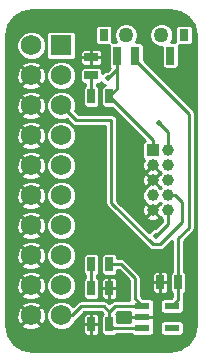
<source format=gtl>
%FSLAX46Y46*%
G04 Gerber Fmt 4.6, Leading zero omitted, Abs format (unit mm)*
G04 Created by KiCad (PCBNEW (2014-10-18 BZR 5203)-product) date 12/2/2014 8:42:45 AM*
%MOMM*%
G01*
G04 APERTURE LIST*
%ADD10C,0.150000*%
%ADD11R,1.000000X1.000000*%
%ADD12C,1.000000*%
%ADD13R,0.750000X1.000000*%
%ADD14C,1.270000*%
%ADD15R,0.700000X1.500000*%
%ADD16R,1.300000X0.550000*%
%ADD17R,0.635000X1.143000*%
%ADD18R,1.143000X0.635000*%
%ADD19R,1.750000X1.750000*%
%ADD20C,1.750000*%
%ADD21C,0.508000*%
%ADD22C,0.254000*%
G04 APERTURE END LIST*
D10*
D11*
X210312000Y-163830000D03*
D12*
X211582000Y-163830000D03*
X210312000Y-165100000D03*
X211582000Y-165100000D03*
X210312000Y-166370000D03*
X211582000Y-166370000D03*
X210312000Y-167640000D03*
X211582000Y-167640000D03*
X210312000Y-168910000D03*
X211582000Y-168910000D03*
D13*
X212950000Y-154051000D03*
D14*
X208050000Y-154051000D03*
X211050000Y-154051000D03*
D15*
X208800000Y-155801000D03*
X207300000Y-155801000D03*
X211800000Y-155801000D03*
D13*
X206150000Y-154051000D03*
D16*
X209423000Y-176977000D03*
X209423000Y-177927000D03*
X209423000Y-178877000D03*
X211923000Y-178877000D03*
X211923000Y-176977000D03*
D17*
X206629000Y-178562000D03*
X205105000Y-178562000D03*
X212471000Y-175006000D03*
X210947000Y-175006000D03*
X206629000Y-173482000D03*
X205105000Y-173482000D03*
X206629000Y-159258000D03*
X205105000Y-159258000D03*
X206629000Y-175514000D03*
X205105000Y-175514000D03*
D18*
X205105000Y-155956000D03*
X205105000Y-157480000D03*
D19*
X202565000Y-154940000D03*
D20*
X200025000Y-154940000D03*
X202565000Y-157480000D03*
X200025000Y-157480000D03*
X202565000Y-160020000D03*
X200025000Y-160020000D03*
X202565000Y-162560000D03*
X200025000Y-162560000D03*
X202565000Y-165100000D03*
X200025000Y-165100000D03*
X202565000Y-167640000D03*
X200025000Y-167640000D03*
X202565000Y-170180000D03*
X200025000Y-170180000D03*
X202565000Y-172720000D03*
X200025000Y-172720000D03*
X202565000Y-175260000D03*
X200025000Y-175260000D03*
X202565000Y-177800000D03*
X200025000Y-177800000D03*
D21*
X210566000Y-171069000D03*
X210820000Y-161544000D03*
X206502000Y-157734000D03*
D22*
X202565000Y-177800000D02*
X203517500Y-177800000D01*
X203517500Y-177800000D02*
X204279500Y-177038000D01*
X207134500Y-176977000D02*
X209423000Y-176977000D01*
X206629000Y-177482500D02*
X207134500Y-176977000D01*
X206629000Y-177482500D02*
X206629000Y-178562000D01*
X206184500Y-177038000D02*
X206629000Y-177482500D01*
X204279500Y-177038000D02*
X206184500Y-177038000D01*
X207645000Y-173482000D02*
X208788000Y-174625000D01*
X206629000Y-173482000D02*
X207645000Y-173482000D01*
X208788000Y-176342000D02*
X209423000Y-176977000D01*
X208788000Y-174625000D02*
X208788000Y-176342000D01*
X206944000Y-178877000D02*
X206629000Y-178562000D01*
X207266500Y-178877000D02*
X207076000Y-178877000D01*
X207076000Y-178877000D02*
X206944000Y-178877000D01*
X209423000Y-178877000D02*
X207266500Y-178877000D01*
X211582000Y-170053000D02*
X211582000Y-168910000D01*
X210566000Y-171069000D02*
X211582000Y-170053000D01*
X210947000Y-171767500D02*
X212788500Y-169926000D01*
X206819500Y-161290000D02*
X203835000Y-161290000D01*
X206819500Y-161290000D02*
X206819500Y-168275000D01*
X206819500Y-168275000D02*
X210312000Y-171767500D01*
X210312000Y-171767500D02*
X210947000Y-171767500D01*
X212788500Y-169926000D02*
X212788500Y-168211500D01*
X212788500Y-168211500D02*
X212217000Y-167640000D01*
X211582000Y-167640000D02*
X212217000Y-167640000D01*
X203835000Y-161290000D02*
X202565000Y-160020000D01*
X211582000Y-163830000D02*
X211582000Y-162306000D01*
X211582000Y-162306000D02*
X210820000Y-161544000D01*
X207300000Y-156936000D02*
X207300000Y-155801000D01*
X206502000Y-157734000D02*
X207300000Y-156936000D01*
X210312000Y-162941000D02*
X206629000Y-159258000D01*
X210312000Y-163830000D02*
X210312000Y-162941000D01*
X207300000Y-158587000D02*
X207300000Y-155801000D01*
X206629000Y-159258000D02*
X207300000Y-158587000D01*
X207228500Y-155801000D02*
X207300000Y-155801000D01*
X212471000Y-175006000D02*
X212471000Y-171259500D01*
X213360000Y-160718500D02*
X208800000Y-156158500D01*
X213360000Y-170370500D02*
X213360000Y-160718500D01*
X212471000Y-171259500D02*
X213360000Y-170370500D01*
X208800000Y-156158500D02*
X208800000Y-155801000D01*
X212471000Y-176429000D02*
X212471000Y-175006000D01*
X211923000Y-176977000D02*
X212471000Y-176429000D01*
X205105000Y-175514000D02*
X205105000Y-173482000D01*
X205105000Y-157480000D02*
X205105000Y-159258000D01*
G36*
X213945000Y-178646552D02*
X213868000Y-179033656D01*
X213868000Y-170370500D01*
X213868000Y-160718500D01*
X213829331Y-160524097D01*
X213719210Y-160359290D01*
X213706000Y-160346080D01*
X213706000Y-154626785D01*
X213706000Y-154475214D01*
X213706000Y-153475214D01*
X213647996Y-153335180D01*
X213540819Y-153228004D01*
X213400785Y-153170000D01*
X213249214Y-153170000D01*
X212499214Y-153170000D01*
X212359180Y-153228004D01*
X212252004Y-153335181D01*
X212194000Y-153475215D01*
X212194000Y-153626786D01*
X212194000Y-154626786D01*
X212211899Y-154670000D01*
X212074214Y-154670000D01*
X211868015Y-154670000D01*
X211910821Y-154627269D01*
X212065824Y-154253982D01*
X212066176Y-153849792D01*
X211911825Y-153476234D01*
X211626269Y-153190179D01*
X211252982Y-153035176D01*
X210848792Y-153034824D01*
X210475234Y-153189175D01*
X210189179Y-153474731D01*
X210034176Y-153848018D01*
X210033824Y-154252208D01*
X210188175Y-154625766D01*
X210473731Y-154911821D01*
X210847018Y-155066824D01*
X211069000Y-155067017D01*
X211069000Y-155126786D01*
X211069000Y-156626786D01*
X211127004Y-156766820D01*
X211234181Y-156873996D01*
X211374215Y-156932000D01*
X211525786Y-156932000D01*
X212225786Y-156932000D01*
X212365820Y-156873996D01*
X212472996Y-156766819D01*
X212531000Y-156626785D01*
X212531000Y-156475214D01*
X212531000Y-154975214D01*
X212513100Y-154932000D01*
X212650786Y-154932000D01*
X213400786Y-154932000D01*
X213540820Y-154873996D01*
X213647996Y-154766819D01*
X213706000Y-154626785D01*
X213706000Y-160346080D01*
X209531000Y-156171080D01*
X209531000Y-154975214D01*
X209472996Y-154835180D01*
X209365819Y-154728004D01*
X209225785Y-154670000D01*
X209074214Y-154670000D01*
X208868015Y-154670000D01*
X208910821Y-154627269D01*
X209065824Y-154253982D01*
X209066176Y-153849792D01*
X208911825Y-153476234D01*
X208626269Y-153190179D01*
X208252982Y-153035176D01*
X207848792Y-153034824D01*
X207475234Y-153189175D01*
X207189179Y-153474731D01*
X207034176Y-153848018D01*
X207033824Y-154252208D01*
X207188175Y-154625766D01*
X207232331Y-154670000D01*
X206888099Y-154670000D01*
X206906000Y-154626785D01*
X206906000Y-154475214D01*
X206906000Y-153475214D01*
X206847996Y-153335180D01*
X206740819Y-153228004D01*
X206600785Y-153170000D01*
X206449214Y-153170000D01*
X205699214Y-153170000D01*
X205559180Y-153228004D01*
X205452004Y-153335181D01*
X205394000Y-153475215D01*
X205394000Y-153626786D01*
X205394000Y-154626786D01*
X205452004Y-154766820D01*
X205559181Y-154873996D01*
X205699215Y-154932000D01*
X205850786Y-154932000D01*
X206586900Y-154932000D01*
X206569000Y-154975215D01*
X206569000Y-155126786D01*
X206569000Y-156626786D01*
X206627004Y-156766820D01*
X206688881Y-156828697D01*
X206418652Y-157098927D01*
X206376245Y-157098890D01*
X206142772Y-157195360D01*
X206057500Y-157280482D01*
X206057500Y-157086714D01*
X206057500Y-156349286D01*
X206057500Y-156051750D01*
X206057500Y-155860250D01*
X206057500Y-155562714D01*
X205999496Y-155422680D01*
X205892319Y-155315504D01*
X205752285Y-155257500D01*
X205600714Y-155257500D01*
X205200750Y-155257500D01*
X205105500Y-155352750D01*
X205105500Y-155955500D01*
X205962250Y-155955500D01*
X206057500Y-155860250D01*
X206057500Y-156051750D01*
X205962250Y-155956500D01*
X205105500Y-155956500D01*
X205105500Y-156559250D01*
X205200750Y-156654500D01*
X205600714Y-156654500D01*
X205752285Y-156654500D01*
X205892319Y-156596496D01*
X205999496Y-156489320D01*
X206057500Y-156349286D01*
X206057500Y-157086714D01*
X205999496Y-156946680D01*
X205892319Y-156839504D01*
X205752285Y-156781500D01*
X205600714Y-156781500D01*
X205104500Y-156781500D01*
X205104500Y-156559250D01*
X205104500Y-155956500D01*
X205104500Y-155955500D01*
X205104500Y-155352750D01*
X205009250Y-155257500D01*
X204609286Y-155257500D01*
X204457715Y-155257500D01*
X204317681Y-155315504D01*
X204210504Y-155422680D01*
X204152500Y-155562714D01*
X204152500Y-155860250D01*
X204247750Y-155955500D01*
X205104500Y-155955500D01*
X205104500Y-155956500D01*
X204247750Y-155956500D01*
X204152500Y-156051750D01*
X204152500Y-156349286D01*
X204210504Y-156489320D01*
X204317681Y-156596496D01*
X204457715Y-156654500D01*
X204609286Y-156654500D01*
X205009250Y-156654500D01*
X205104500Y-156559250D01*
X205104500Y-156781500D01*
X204457714Y-156781500D01*
X204317680Y-156839504D01*
X204210504Y-156946681D01*
X204152500Y-157086715D01*
X204152500Y-157238286D01*
X204152500Y-157873286D01*
X204210504Y-158013320D01*
X204317681Y-158120496D01*
X204457715Y-158178500D01*
X204597000Y-158178500D01*
X204597000Y-158353016D01*
X204571680Y-158363504D01*
X204464504Y-158470681D01*
X204406500Y-158610715D01*
X204406500Y-158762286D01*
X204406500Y-159905286D01*
X204464504Y-160045320D01*
X204571681Y-160152496D01*
X204711715Y-160210500D01*
X204863286Y-160210500D01*
X205498286Y-160210500D01*
X205638320Y-160152496D01*
X205745496Y-160045319D01*
X205803500Y-159905285D01*
X205803500Y-159753714D01*
X205803500Y-158610714D01*
X205745496Y-158470680D01*
X205638319Y-158363504D01*
X205613000Y-158353016D01*
X205613000Y-158178500D01*
X205752286Y-158178500D01*
X205892320Y-158120496D01*
X205950561Y-158062253D01*
X205963360Y-158093228D01*
X206141832Y-158272013D01*
X206229087Y-158308244D01*
X206095680Y-158363504D01*
X205988504Y-158470681D01*
X205930500Y-158610715D01*
X205930500Y-158762286D01*
X205930500Y-159905286D01*
X205988504Y-160045320D01*
X206095681Y-160152496D01*
X206235715Y-160210500D01*
X206387286Y-160210500D01*
X206863079Y-160210500D01*
X209641012Y-162988433D01*
X209596180Y-163007004D01*
X209489004Y-163114181D01*
X209431000Y-163254215D01*
X209431000Y-163405786D01*
X209431000Y-164405786D01*
X209489004Y-164545820D01*
X209563123Y-164619939D01*
X209438442Y-164890792D01*
X209424878Y-165241013D01*
X209546370Y-165569766D01*
X209584998Y-165627579D01*
X209743833Y-165667460D01*
X210311293Y-165100000D01*
X210297150Y-165085857D01*
X210297857Y-165085150D01*
X210312000Y-165099293D01*
X210326142Y-165085150D01*
X210326849Y-165085857D01*
X210312707Y-165100000D01*
X210880167Y-165667460D01*
X210898930Y-165662748D01*
X210971077Y-165735020D01*
X210898762Y-165807209D01*
X210880167Y-165802540D01*
X210879460Y-165803247D01*
X210879460Y-165801833D01*
X210862679Y-165735000D01*
X210879460Y-165668167D01*
X210312000Y-165100707D01*
X209744540Y-165668167D01*
X209761320Y-165735000D01*
X209744540Y-165801833D01*
X210312000Y-166369293D01*
X210879460Y-165801833D01*
X210879460Y-165803247D01*
X210312707Y-166370000D01*
X210880167Y-166937460D01*
X210898930Y-166932748D01*
X210971077Y-167005020D01*
X210946979Y-167029077D01*
X210874790Y-166956762D01*
X210879460Y-166938167D01*
X210312000Y-166370707D01*
X210311293Y-166371414D01*
X210311293Y-166370000D01*
X209743833Y-165802540D01*
X209584998Y-165842421D01*
X209438442Y-166160792D01*
X209424878Y-166511013D01*
X209546370Y-166839766D01*
X209584998Y-166897579D01*
X209743833Y-166937460D01*
X210311293Y-166370000D01*
X210311293Y-166371414D01*
X209744540Y-166938167D01*
X209749251Y-166956930D01*
X209565560Y-167140302D01*
X209431153Y-167463989D01*
X209430847Y-167814473D01*
X209564689Y-168138395D01*
X209749209Y-168323237D01*
X209744540Y-168341833D01*
X210312000Y-168909293D01*
X210879460Y-168341833D01*
X210874748Y-168323069D01*
X210947020Y-168250922D01*
X210971077Y-168275020D01*
X210898762Y-168347209D01*
X210880167Y-168342540D01*
X210312707Y-168910000D01*
X210880167Y-169477460D01*
X210898930Y-169472748D01*
X211074000Y-169648123D01*
X211074000Y-169842580D01*
X210879460Y-170037119D01*
X210879460Y-169478167D01*
X210312000Y-168910707D01*
X210311293Y-168911414D01*
X210311293Y-168910000D01*
X209743833Y-168342540D01*
X209584998Y-168382421D01*
X209438442Y-168700792D01*
X209424878Y-169051013D01*
X209546370Y-169379766D01*
X209584998Y-169437579D01*
X209743833Y-169477460D01*
X210311293Y-168910000D01*
X210311293Y-168911414D01*
X209744540Y-169478167D01*
X209784421Y-169637002D01*
X210102792Y-169783558D01*
X210453013Y-169797122D01*
X210781766Y-169675630D01*
X210839579Y-169637002D01*
X210879460Y-169478167D01*
X210879460Y-170037119D01*
X210482652Y-170433927D01*
X210440245Y-170433890D01*
X210206772Y-170530360D01*
X210027987Y-170708832D01*
X210011487Y-170748567D01*
X207327500Y-168064580D01*
X207327500Y-161290000D01*
X207288831Y-161095597D01*
X207178710Y-160930790D01*
X207013903Y-160820669D01*
X206819500Y-160782000D01*
X204045420Y-160782000D01*
X203736741Y-160473321D01*
X203820781Y-160270930D01*
X203821217Y-159771262D01*
X203821217Y-157231262D01*
X203821000Y-157230736D01*
X203821000Y-155890785D01*
X203821000Y-155739214D01*
X203821000Y-153989214D01*
X203762996Y-153849180D01*
X203655819Y-153742004D01*
X203515785Y-153684000D01*
X203364214Y-153684000D01*
X201614214Y-153684000D01*
X201474180Y-153742004D01*
X201367004Y-153849181D01*
X201309000Y-153989215D01*
X201309000Y-154140786D01*
X201309000Y-155890786D01*
X201367004Y-156030820D01*
X201474181Y-156137996D01*
X201614215Y-156196000D01*
X201765786Y-156196000D01*
X203515786Y-156196000D01*
X203655820Y-156137996D01*
X203762996Y-156030819D01*
X203821000Y-155890785D01*
X203821000Y-157230736D01*
X203630405Y-156769463D01*
X203277396Y-156415836D01*
X202815930Y-156224219D01*
X202316262Y-156223783D01*
X201854463Y-156414595D01*
X201500836Y-156767604D01*
X201309219Y-157229070D01*
X201308783Y-157728738D01*
X201499595Y-158190537D01*
X201852604Y-158544164D01*
X202314070Y-158735781D01*
X202813738Y-158736217D01*
X203275537Y-158545405D01*
X203629164Y-158192396D01*
X203820781Y-157730930D01*
X203821217Y-157231262D01*
X203821217Y-159771262D01*
X203630405Y-159309463D01*
X203277396Y-158955836D01*
X202815930Y-158764219D01*
X202316262Y-158763783D01*
X201854463Y-158954595D01*
X201500836Y-159307604D01*
X201309219Y-159769070D01*
X201308783Y-160268738D01*
X201499595Y-160730537D01*
X201852604Y-161084164D01*
X202314070Y-161275781D01*
X202813738Y-161276217D01*
X203018281Y-161191701D01*
X203475790Y-161649210D01*
X203640596Y-161759331D01*
X203640597Y-161759331D01*
X203672849Y-161765746D01*
X203835000Y-161798000D01*
X206311500Y-161798000D01*
X206311500Y-168275000D01*
X206350169Y-168469403D01*
X206460290Y-168634210D01*
X209952790Y-172126710D01*
X210117597Y-172236831D01*
X210312000Y-172275500D01*
X210947000Y-172275500D01*
X211141403Y-172236831D01*
X211306210Y-172126710D01*
X211963000Y-171469920D01*
X211963000Y-174101016D01*
X211937680Y-174111504D01*
X211830504Y-174218681D01*
X211772500Y-174358715D01*
X211772500Y-174510286D01*
X211772500Y-175653286D01*
X211830504Y-175793320D01*
X211937681Y-175900496D01*
X211963000Y-175910983D01*
X211963000Y-176218580D01*
X211860580Y-176321000D01*
X211645500Y-176321000D01*
X211645500Y-175653285D01*
X211645500Y-175501714D01*
X211645500Y-175101750D01*
X211645500Y-174910250D01*
X211645500Y-174510286D01*
X211645500Y-174358715D01*
X211587496Y-174218681D01*
X211480320Y-174111504D01*
X211340286Y-174053500D01*
X211042750Y-174053500D01*
X210947500Y-174148750D01*
X210947500Y-175005500D01*
X211550250Y-175005500D01*
X211645500Y-174910250D01*
X211645500Y-175101750D01*
X211550250Y-175006500D01*
X210947500Y-175006500D01*
X210947500Y-175863250D01*
X211042750Y-175958500D01*
X211340286Y-175958500D01*
X211480320Y-175900496D01*
X211587496Y-175793319D01*
X211645500Y-175653285D01*
X211645500Y-176321000D01*
X211197214Y-176321000D01*
X211057180Y-176379004D01*
X210950004Y-176486181D01*
X210946500Y-176494640D01*
X210946500Y-175863250D01*
X210946500Y-175006500D01*
X210946500Y-175005500D01*
X210946500Y-174148750D01*
X210851250Y-174053500D01*
X210553714Y-174053500D01*
X210413680Y-174111504D01*
X210306504Y-174218681D01*
X210248500Y-174358715D01*
X210248500Y-174510286D01*
X210248500Y-174910250D01*
X210343750Y-175005500D01*
X210946500Y-175005500D01*
X210946500Y-175006500D01*
X210343750Y-175006500D01*
X210248500Y-175101750D01*
X210248500Y-175501714D01*
X210248500Y-175653285D01*
X210306504Y-175793319D01*
X210413680Y-175900496D01*
X210553714Y-175958500D01*
X210851250Y-175958500D01*
X210946500Y-175863250D01*
X210946500Y-176494640D01*
X210892000Y-176626215D01*
X210892000Y-176777786D01*
X210892000Y-177327786D01*
X210950004Y-177467820D01*
X211057181Y-177574996D01*
X211197215Y-177633000D01*
X211348786Y-177633000D01*
X212648786Y-177633000D01*
X212788820Y-177574996D01*
X212895996Y-177467819D01*
X212954000Y-177327785D01*
X212954000Y-177176214D01*
X212954000Y-176626214D01*
X212944387Y-176603008D01*
X212979000Y-176429000D01*
X212979000Y-175910983D01*
X213004320Y-175900496D01*
X213111496Y-175793319D01*
X213169500Y-175653285D01*
X213169500Y-175501714D01*
X213169500Y-174358714D01*
X213111496Y-174218680D01*
X213004319Y-174111504D01*
X212979000Y-174101016D01*
X212979000Y-171469920D01*
X213719210Y-170729710D01*
X213829331Y-170564903D01*
X213868000Y-170370500D01*
X213868000Y-179033656D01*
X213776661Y-179492847D01*
X213321317Y-180174317D01*
X212954000Y-180419750D01*
X212954000Y-179227785D01*
X212954000Y-179076214D01*
X212954000Y-178526214D01*
X212895996Y-178386180D01*
X212788819Y-178279004D01*
X212648785Y-178221000D01*
X212497214Y-178221000D01*
X211197214Y-178221000D01*
X211057180Y-178279004D01*
X210950004Y-178386181D01*
X210892000Y-178526215D01*
X210892000Y-178677786D01*
X210892000Y-179227786D01*
X210950004Y-179367820D01*
X211057181Y-179474996D01*
X211197215Y-179533000D01*
X211348786Y-179533000D01*
X212648786Y-179533000D01*
X212788820Y-179474996D01*
X212895996Y-179367819D01*
X212954000Y-179227785D01*
X212954000Y-180419750D01*
X212639847Y-180629661D01*
X211793552Y-180798000D01*
X210454000Y-180798000D01*
X210454000Y-179227785D01*
X210454000Y-179076214D01*
X210454000Y-178526214D01*
X210402548Y-178401999D01*
X210454000Y-178277785D01*
X210454000Y-178126214D01*
X210454000Y-178022750D01*
X210358750Y-177927500D01*
X209423500Y-177927500D01*
X209423500Y-177947500D01*
X209422500Y-177947500D01*
X209422500Y-177927500D01*
X208487250Y-177927500D01*
X208392000Y-178022750D01*
X208392000Y-178126214D01*
X208392000Y-178277785D01*
X208429782Y-178369000D01*
X207327500Y-178369000D01*
X207327500Y-177914714D01*
X207269496Y-177774680D01*
X207162367Y-177667552D01*
X207344920Y-177485000D01*
X208429782Y-177485000D01*
X208392000Y-177576215D01*
X208392000Y-177727786D01*
X208392000Y-177831250D01*
X208487250Y-177926500D01*
X209422500Y-177926500D01*
X209422500Y-177906500D01*
X209423500Y-177906500D01*
X209423500Y-177926500D01*
X210358750Y-177926500D01*
X210454000Y-177831250D01*
X210454000Y-177727786D01*
X210454000Y-177576215D01*
X210402548Y-177452000D01*
X210454000Y-177327785D01*
X210454000Y-177176214D01*
X210454000Y-176626214D01*
X210395996Y-176486180D01*
X210288819Y-176379004D01*
X210148785Y-176321000D01*
X209997214Y-176321000D01*
X209485420Y-176321000D01*
X209296000Y-176131579D01*
X209296000Y-174625000D01*
X209257331Y-174430597D01*
X209257331Y-174430596D01*
X209147210Y-174265790D01*
X208004210Y-173122790D01*
X207839403Y-173012669D01*
X207645000Y-172974000D01*
X207327500Y-172974000D01*
X207327500Y-172834714D01*
X207269496Y-172694680D01*
X207162319Y-172587504D01*
X207022285Y-172529500D01*
X206870714Y-172529500D01*
X206235714Y-172529500D01*
X206095680Y-172587504D01*
X205988504Y-172694681D01*
X205930500Y-172834715D01*
X205930500Y-172986286D01*
X205930500Y-174129286D01*
X205988504Y-174269320D01*
X206095681Y-174376496D01*
X206235715Y-174434500D01*
X206387286Y-174434500D01*
X207022286Y-174434500D01*
X207162320Y-174376496D01*
X207269496Y-174269319D01*
X207327500Y-174129285D01*
X207327500Y-173990000D01*
X207434580Y-173990000D01*
X208280000Y-174835420D01*
X208280000Y-176342000D01*
X208305261Y-176469000D01*
X207327500Y-176469000D01*
X207327500Y-176161285D01*
X207327500Y-176009714D01*
X207327500Y-175609750D01*
X207327500Y-175418250D01*
X207327500Y-175018286D01*
X207327500Y-174866715D01*
X207269496Y-174726681D01*
X207162320Y-174619504D01*
X207022286Y-174561500D01*
X206724750Y-174561500D01*
X206629500Y-174656750D01*
X206629500Y-175513500D01*
X207232250Y-175513500D01*
X207327500Y-175418250D01*
X207327500Y-175609750D01*
X207232250Y-175514500D01*
X206629500Y-175514500D01*
X206629500Y-176371250D01*
X206724750Y-176466500D01*
X207022286Y-176466500D01*
X207162320Y-176408496D01*
X207269496Y-176301319D01*
X207327500Y-176161285D01*
X207327500Y-176469000D01*
X207134500Y-176469000D01*
X206940097Y-176507669D01*
X206775290Y-176617790D01*
X206629000Y-176764080D01*
X206628500Y-176763580D01*
X206628500Y-176371250D01*
X206628500Y-175514500D01*
X206628500Y-175513500D01*
X206628500Y-174656750D01*
X206533250Y-174561500D01*
X206235714Y-174561500D01*
X206095680Y-174619504D01*
X205988504Y-174726681D01*
X205930500Y-174866715D01*
X205930500Y-175018286D01*
X205930500Y-175418250D01*
X206025750Y-175513500D01*
X206628500Y-175513500D01*
X206628500Y-175514500D01*
X206025750Y-175514500D01*
X205930500Y-175609750D01*
X205930500Y-176009714D01*
X205930500Y-176161285D01*
X205988504Y-176301319D01*
X206095680Y-176408496D01*
X206235714Y-176466500D01*
X206533250Y-176466500D01*
X206628500Y-176371250D01*
X206628500Y-176763580D01*
X206543710Y-176678790D01*
X206378903Y-176568669D01*
X206184500Y-176530000D01*
X205803500Y-176530000D01*
X205803500Y-176161285D01*
X205803500Y-176009714D01*
X205803500Y-174866714D01*
X205745496Y-174726680D01*
X205638319Y-174619504D01*
X205613000Y-174609016D01*
X205613000Y-174386983D01*
X205638320Y-174376496D01*
X205745496Y-174269319D01*
X205803500Y-174129285D01*
X205803500Y-173977714D01*
X205803500Y-172834714D01*
X205745496Y-172694680D01*
X205638319Y-172587504D01*
X205498285Y-172529500D01*
X205346714Y-172529500D01*
X204711714Y-172529500D01*
X204571680Y-172587504D01*
X204464504Y-172694681D01*
X204406500Y-172834715D01*
X204406500Y-172986286D01*
X204406500Y-174129286D01*
X204464504Y-174269320D01*
X204571681Y-174376496D01*
X204597000Y-174386983D01*
X204597000Y-174609016D01*
X204571680Y-174619504D01*
X204464504Y-174726681D01*
X204406500Y-174866715D01*
X204406500Y-175018286D01*
X204406500Y-176161286D01*
X204464504Y-176301320D01*
X204571681Y-176408496D01*
X204711715Y-176466500D01*
X204863286Y-176466500D01*
X205498286Y-176466500D01*
X205638320Y-176408496D01*
X205745496Y-176301319D01*
X205803500Y-176161285D01*
X205803500Y-176530000D01*
X204279500Y-176530000D01*
X204085097Y-176568669D01*
X203920290Y-176678790D01*
X203821217Y-176777862D01*
X203821217Y-175011262D01*
X203821217Y-172471262D01*
X203821217Y-169931262D01*
X203821217Y-167391262D01*
X203821217Y-164851262D01*
X203821217Y-162311262D01*
X203630405Y-161849463D01*
X203277396Y-161495836D01*
X202815930Y-161304219D01*
X202316262Y-161303783D01*
X201854463Y-161494595D01*
X201500836Y-161847604D01*
X201309219Y-162309070D01*
X201308783Y-162808738D01*
X201499595Y-163270537D01*
X201852604Y-163624164D01*
X202314070Y-163815781D01*
X202813738Y-163816217D01*
X203275537Y-163625405D01*
X203629164Y-163272396D01*
X203820781Y-162810930D01*
X203821217Y-162311262D01*
X203821217Y-164851262D01*
X203630405Y-164389463D01*
X203277396Y-164035836D01*
X202815930Y-163844219D01*
X202316262Y-163843783D01*
X201854463Y-164034595D01*
X201500836Y-164387604D01*
X201309219Y-164849070D01*
X201308783Y-165348738D01*
X201499595Y-165810537D01*
X201852604Y-166164164D01*
X202314070Y-166355781D01*
X202813738Y-166356217D01*
X203275537Y-166165405D01*
X203629164Y-165812396D01*
X203820781Y-165350930D01*
X203821217Y-164851262D01*
X203821217Y-167391262D01*
X203630405Y-166929463D01*
X203277396Y-166575836D01*
X202815930Y-166384219D01*
X202316262Y-166383783D01*
X201854463Y-166574595D01*
X201500836Y-166927604D01*
X201309219Y-167389070D01*
X201308783Y-167888738D01*
X201499595Y-168350537D01*
X201852604Y-168704164D01*
X202314070Y-168895781D01*
X202813738Y-168896217D01*
X203275537Y-168705405D01*
X203629164Y-168352396D01*
X203820781Y-167890930D01*
X203821217Y-167391262D01*
X203821217Y-169931262D01*
X203630405Y-169469463D01*
X203277396Y-169115836D01*
X202815930Y-168924219D01*
X202316262Y-168923783D01*
X201854463Y-169114595D01*
X201500836Y-169467604D01*
X201309219Y-169929070D01*
X201308783Y-170428738D01*
X201499595Y-170890537D01*
X201852604Y-171244164D01*
X202314070Y-171435781D01*
X202813738Y-171436217D01*
X203275537Y-171245405D01*
X203629164Y-170892396D01*
X203820781Y-170430930D01*
X203821217Y-169931262D01*
X203821217Y-172471262D01*
X203630405Y-172009463D01*
X203277396Y-171655836D01*
X202815930Y-171464219D01*
X202316262Y-171463783D01*
X201854463Y-171654595D01*
X201500836Y-172007604D01*
X201309219Y-172469070D01*
X201308783Y-172968738D01*
X201499595Y-173430537D01*
X201852604Y-173784164D01*
X202314070Y-173975781D01*
X202813738Y-173976217D01*
X203275537Y-173785405D01*
X203629164Y-173432396D01*
X203820781Y-172970930D01*
X203821217Y-172471262D01*
X203821217Y-175011262D01*
X203630405Y-174549463D01*
X203277396Y-174195836D01*
X202815930Y-174004219D01*
X202316262Y-174003783D01*
X201854463Y-174194595D01*
X201500836Y-174547604D01*
X201309219Y-175009070D01*
X201308783Y-175508738D01*
X201499595Y-175970537D01*
X201852604Y-176324164D01*
X202314070Y-176515781D01*
X202813738Y-176516217D01*
X203275537Y-176325405D01*
X203629164Y-175972396D01*
X203820781Y-175510930D01*
X203821217Y-175011262D01*
X203821217Y-176777862D01*
X203570063Y-177029016D01*
X203277396Y-176735836D01*
X202815930Y-176544219D01*
X202316262Y-176543783D01*
X201854463Y-176734595D01*
X201500836Y-177087604D01*
X201309219Y-177549070D01*
X201308783Y-178048738D01*
X201499595Y-178510537D01*
X201852604Y-178864164D01*
X202314070Y-179055781D01*
X202813738Y-179056217D01*
X203275537Y-178865405D01*
X203629164Y-178512396D01*
X203737078Y-178252509D01*
X203876710Y-178159210D01*
X204489920Y-177546000D01*
X205974080Y-177546000D01*
X206095632Y-177667552D01*
X205988504Y-177774681D01*
X205930500Y-177914715D01*
X205930500Y-178066286D01*
X205930500Y-179209286D01*
X205988504Y-179349320D01*
X206095681Y-179456496D01*
X206235715Y-179514500D01*
X206387286Y-179514500D01*
X207022286Y-179514500D01*
X207162320Y-179456496D01*
X207233815Y-179385000D01*
X207266500Y-179385000D01*
X208467184Y-179385000D01*
X208557181Y-179474996D01*
X208697215Y-179533000D01*
X208848786Y-179533000D01*
X210148786Y-179533000D01*
X210288820Y-179474996D01*
X210395996Y-179367819D01*
X210454000Y-179227785D01*
X210454000Y-180798000D01*
X205803500Y-180798000D01*
X205803500Y-179209285D01*
X205803500Y-179057714D01*
X205803500Y-178657750D01*
X205803500Y-178466250D01*
X205803500Y-178066286D01*
X205803500Y-177914715D01*
X205745496Y-177774681D01*
X205638320Y-177667504D01*
X205498286Y-177609500D01*
X205200750Y-177609500D01*
X205105500Y-177704750D01*
X205105500Y-178561500D01*
X205708250Y-178561500D01*
X205803500Y-178466250D01*
X205803500Y-178657750D01*
X205708250Y-178562500D01*
X205105500Y-178562500D01*
X205105500Y-179419250D01*
X205200750Y-179514500D01*
X205498286Y-179514500D01*
X205638320Y-179456496D01*
X205745496Y-179349319D01*
X205803500Y-179209285D01*
X205803500Y-180798000D01*
X205104500Y-180798000D01*
X205104500Y-179419250D01*
X205104500Y-178562500D01*
X205104500Y-178561500D01*
X205104500Y-177704750D01*
X205009250Y-177609500D01*
X204711714Y-177609500D01*
X204571680Y-177667504D01*
X204464504Y-177774681D01*
X204406500Y-177914715D01*
X204406500Y-178066286D01*
X204406500Y-178466250D01*
X204501750Y-178561500D01*
X205104500Y-178561500D01*
X205104500Y-178562500D01*
X204501750Y-178562500D01*
X204406500Y-178657750D01*
X204406500Y-179057714D01*
X204406500Y-179209285D01*
X204464504Y-179349319D01*
X204571680Y-179456496D01*
X204711714Y-179514500D01*
X205009250Y-179514500D01*
X205104500Y-179419250D01*
X205104500Y-180798000D01*
X201289760Y-180798000D01*
X201289760Y-177599175D01*
X201289760Y-175059175D01*
X201289760Y-172519175D01*
X201289760Y-169979175D01*
X201289760Y-167439175D01*
X201289760Y-164899175D01*
X201289760Y-162359175D01*
X201289760Y-159819175D01*
X201289760Y-157279175D01*
X201281217Y-157256045D01*
X201281217Y-154691262D01*
X201090405Y-154229463D01*
X200737396Y-153875836D01*
X200275930Y-153684219D01*
X199776262Y-153683783D01*
X199314463Y-153874595D01*
X198960836Y-154227604D01*
X198769219Y-154689070D01*
X198768783Y-155188738D01*
X198959595Y-155650537D01*
X199312604Y-156004164D01*
X199774070Y-156195781D01*
X200273738Y-156196217D01*
X200735537Y-156005405D01*
X201089164Y-155652396D01*
X201280781Y-155190930D01*
X201281217Y-154691262D01*
X201281217Y-157256045D01*
X201116634Y-156810460D01*
X201061326Y-156727684D01*
X200863527Y-156642180D01*
X200862820Y-156642887D01*
X200862820Y-156641473D01*
X200777316Y-156443674D01*
X200323465Y-156234661D01*
X199824175Y-156215240D01*
X199355460Y-156388366D01*
X199272684Y-156443674D01*
X199187180Y-156641473D01*
X200025000Y-157479293D01*
X200862820Y-156641473D01*
X200862820Y-156642887D01*
X200025707Y-157480000D01*
X200863527Y-158317820D01*
X201061326Y-158232316D01*
X201270339Y-157778465D01*
X201289760Y-157279175D01*
X201289760Y-159819175D01*
X201116634Y-159350460D01*
X201061326Y-159267684D01*
X200863527Y-159182180D01*
X200862820Y-159182887D01*
X200862820Y-159181473D01*
X200862820Y-158318527D01*
X200025000Y-157480707D01*
X200024293Y-157481414D01*
X200024293Y-157480000D01*
X199186473Y-156642180D01*
X198988674Y-156727684D01*
X198779661Y-157181535D01*
X198760240Y-157680825D01*
X198933366Y-158149540D01*
X198988674Y-158232316D01*
X199186473Y-158317820D01*
X200024293Y-157480000D01*
X200024293Y-157481414D01*
X199187180Y-158318527D01*
X199272684Y-158516326D01*
X199726535Y-158725339D01*
X200225825Y-158744760D01*
X200694540Y-158571634D01*
X200777316Y-158516326D01*
X200862820Y-158318527D01*
X200862820Y-159181473D01*
X200777316Y-158983674D01*
X200323465Y-158774661D01*
X199824175Y-158755240D01*
X199355460Y-158928366D01*
X199272684Y-158983674D01*
X199187180Y-159181473D01*
X200025000Y-160019293D01*
X200862820Y-159181473D01*
X200862820Y-159182887D01*
X200025707Y-160020000D01*
X200863527Y-160857820D01*
X201061326Y-160772316D01*
X201270339Y-160318465D01*
X201289760Y-159819175D01*
X201289760Y-162359175D01*
X201116634Y-161890460D01*
X201061326Y-161807684D01*
X200863527Y-161722180D01*
X200862820Y-161722887D01*
X200862820Y-161721473D01*
X200862820Y-160858527D01*
X200025000Y-160020707D01*
X200024293Y-160021414D01*
X200024293Y-160020000D01*
X199186473Y-159182180D01*
X198988674Y-159267684D01*
X198779661Y-159721535D01*
X198760240Y-160220825D01*
X198933366Y-160689540D01*
X198988674Y-160772316D01*
X199186473Y-160857820D01*
X200024293Y-160020000D01*
X200024293Y-160021414D01*
X199187180Y-160858527D01*
X199272684Y-161056326D01*
X199726535Y-161265339D01*
X200225825Y-161284760D01*
X200694540Y-161111634D01*
X200777316Y-161056326D01*
X200862820Y-160858527D01*
X200862820Y-161721473D01*
X200777316Y-161523674D01*
X200323465Y-161314661D01*
X199824175Y-161295240D01*
X199355460Y-161468366D01*
X199272684Y-161523674D01*
X199187180Y-161721473D01*
X200025000Y-162559293D01*
X200862820Y-161721473D01*
X200862820Y-161722887D01*
X200025707Y-162560000D01*
X200863527Y-163397820D01*
X201061326Y-163312316D01*
X201270339Y-162858465D01*
X201289760Y-162359175D01*
X201289760Y-164899175D01*
X201116634Y-164430460D01*
X201061326Y-164347684D01*
X200863527Y-164262180D01*
X200862820Y-164262887D01*
X200862820Y-164261473D01*
X200862820Y-163398527D01*
X200025000Y-162560707D01*
X200024293Y-162561414D01*
X200024293Y-162560000D01*
X199186473Y-161722180D01*
X198988674Y-161807684D01*
X198779661Y-162261535D01*
X198760240Y-162760825D01*
X198933366Y-163229540D01*
X198988674Y-163312316D01*
X199186473Y-163397820D01*
X200024293Y-162560000D01*
X200024293Y-162561414D01*
X199187180Y-163398527D01*
X199272684Y-163596326D01*
X199726535Y-163805339D01*
X200225825Y-163824760D01*
X200694540Y-163651634D01*
X200777316Y-163596326D01*
X200862820Y-163398527D01*
X200862820Y-164261473D01*
X200777316Y-164063674D01*
X200323465Y-163854661D01*
X199824175Y-163835240D01*
X199355460Y-164008366D01*
X199272684Y-164063674D01*
X199187180Y-164261473D01*
X200025000Y-165099293D01*
X200862820Y-164261473D01*
X200862820Y-164262887D01*
X200025707Y-165100000D01*
X200863527Y-165937820D01*
X201061326Y-165852316D01*
X201270339Y-165398465D01*
X201289760Y-164899175D01*
X201289760Y-167439175D01*
X201116634Y-166970460D01*
X201061326Y-166887684D01*
X200863527Y-166802180D01*
X200862820Y-166802887D01*
X200862820Y-166801473D01*
X200862820Y-165938527D01*
X200025000Y-165100707D01*
X200024293Y-165101414D01*
X200024293Y-165100000D01*
X199186473Y-164262180D01*
X198988674Y-164347684D01*
X198779661Y-164801535D01*
X198760240Y-165300825D01*
X198933366Y-165769540D01*
X198988674Y-165852316D01*
X199186473Y-165937820D01*
X200024293Y-165100000D01*
X200024293Y-165101414D01*
X199187180Y-165938527D01*
X199272684Y-166136326D01*
X199726535Y-166345339D01*
X200225825Y-166364760D01*
X200694540Y-166191634D01*
X200777316Y-166136326D01*
X200862820Y-165938527D01*
X200862820Y-166801473D01*
X200777316Y-166603674D01*
X200323465Y-166394661D01*
X199824175Y-166375240D01*
X199355460Y-166548366D01*
X199272684Y-166603674D01*
X199187180Y-166801473D01*
X200025000Y-167639293D01*
X200862820Y-166801473D01*
X200862820Y-166802887D01*
X200025707Y-167640000D01*
X200863527Y-168477820D01*
X201061326Y-168392316D01*
X201270339Y-167938465D01*
X201289760Y-167439175D01*
X201289760Y-169979175D01*
X201116634Y-169510460D01*
X201061326Y-169427684D01*
X200863527Y-169342180D01*
X200862820Y-169342887D01*
X200862820Y-169341473D01*
X200862820Y-168478527D01*
X200025000Y-167640707D01*
X200024293Y-167641414D01*
X200024293Y-167640000D01*
X199186473Y-166802180D01*
X198988674Y-166887684D01*
X198779661Y-167341535D01*
X198760240Y-167840825D01*
X198933366Y-168309540D01*
X198988674Y-168392316D01*
X199186473Y-168477820D01*
X200024293Y-167640000D01*
X200024293Y-167641414D01*
X199187180Y-168478527D01*
X199272684Y-168676326D01*
X199726535Y-168885339D01*
X200225825Y-168904760D01*
X200694540Y-168731634D01*
X200777316Y-168676326D01*
X200862820Y-168478527D01*
X200862820Y-169341473D01*
X200777316Y-169143674D01*
X200323465Y-168934661D01*
X199824175Y-168915240D01*
X199355460Y-169088366D01*
X199272684Y-169143674D01*
X199187180Y-169341473D01*
X200025000Y-170179293D01*
X200862820Y-169341473D01*
X200862820Y-169342887D01*
X200025707Y-170180000D01*
X200863527Y-171017820D01*
X201061326Y-170932316D01*
X201270339Y-170478465D01*
X201289760Y-169979175D01*
X201289760Y-172519175D01*
X201116634Y-172050460D01*
X201061326Y-171967684D01*
X200863527Y-171882180D01*
X200862820Y-171882887D01*
X200862820Y-171881473D01*
X200862820Y-171018527D01*
X200025000Y-170180707D01*
X200024293Y-170181414D01*
X200024293Y-170180000D01*
X199186473Y-169342180D01*
X198988674Y-169427684D01*
X198779661Y-169881535D01*
X198760240Y-170380825D01*
X198933366Y-170849540D01*
X198988674Y-170932316D01*
X199186473Y-171017820D01*
X200024293Y-170180000D01*
X200024293Y-170181414D01*
X199187180Y-171018527D01*
X199272684Y-171216326D01*
X199726535Y-171425339D01*
X200225825Y-171444760D01*
X200694540Y-171271634D01*
X200777316Y-171216326D01*
X200862820Y-171018527D01*
X200862820Y-171881473D01*
X200777316Y-171683674D01*
X200323465Y-171474661D01*
X199824175Y-171455240D01*
X199355460Y-171628366D01*
X199272684Y-171683674D01*
X199187180Y-171881473D01*
X200025000Y-172719293D01*
X200862820Y-171881473D01*
X200862820Y-171882887D01*
X200025707Y-172720000D01*
X200863527Y-173557820D01*
X201061326Y-173472316D01*
X201270339Y-173018465D01*
X201289760Y-172519175D01*
X201289760Y-175059175D01*
X201116634Y-174590460D01*
X201061326Y-174507684D01*
X200863527Y-174422180D01*
X200862820Y-174422887D01*
X200862820Y-174421473D01*
X200862820Y-173558527D01*
X200025000Y-172720707D01*
X200024293Y-172721414D01*
X200024293Y-172720000D01*
X199186473Y-171882180D01*
X198988674Y-171967684D01*
X198779661Y-172421535D01*
X198760240Y-172920825D01*
X198933366Y-173389540D01*
X198988674Y-173472316D01*
X199186473Y-173557820D01*
X200024293Y-172720000D01*
X200024293Y-172721414D01*
X199187180Y-173558527D01*
X199272684Y-173756326D01*
X199726535Y-173965339D01*
X200225825Y-173984760D01*
X200694540Y-173811634D01*
X200777316Y-173756326D01*
X200862820Y-173558527D01*
X200862820Y-174421473D01*
X200777316Y-174223674D01*
X200323465Y-174014661D01*
X199824175Y-173995240D01*
X199355460Y-174168366D01*
X199272684Y-174223674D01*
X199187180Y-174421473D01*
X200025000Y-175259293D01*
X200862820Y-174421473D01*
X200862820Y-174422887D01*
X200025707Y-175260000D01*
X200863527Y-176097820D01*
X201061326Y-176012316D01*
X201270339Y-175558465D01*
X201289760Y-175059175D01*
X201289760Y-177599175D01*
X201116634Y-177130460D01*
X201061326Y-177047684D01*
X200863527Y-176962180D01*
X200862820Y-176962887D01*
X200862820Y-176961473D01*
X200862820Y-176098527D01*
X200025000Y-175260707D01*
X200024293Y-175261414D01*
X200024293Y-175260000D01*
X199186473Y-174422180D01*
X198988674Y-174507684D01*
X198779661Y-174961535D01*
X198760240Y-175460825D01*
X198933366Y-175929540D01*
X198988674Y-176012316D01*
X199186473Y-176097820D01*
X200024293Y-175260000D01*
X200024293Y-175261414D01*
X199187180Y-176098527D01*
X199272684Y-176296326D01*
X199726535Y-176505339D01*
X200225825Y-176524760D01*
X200694540Y-176351634D01*
X200777316Y-176296326D01*
X200862820Y-176098527D01*
X200862820Y-176961473D01*
X200777316Y-176763674D01*
X200323465Y-176554661D01*
X199824175Y-176535240D01*
X199355460Y-176708366D01*
X199272684Y-176763674D01*
X199187180Y-176961473D01*
X200025000Y-177799293D01*
X200862820Y-176961473D01*
X200862820Y-176962887D01*
X200025707Y-177800000D01*
X200863527Y-178637820D01*
X201061326Y-178552316D01*
X201270339Y-178098465D01*
X201289760Y-177599175D01*
X201289760Y-180798000D01*
X200862820Y-180798000D01*
X200862820Y-178638527D01*
X200025000Y-177800707D01*
X200024293Y-177801414D01*
X200024293Y-177800000D01*
X199186473Y-176962180D01*
X198988674Y-177047684D01*
X198779661Y-177501535D01*
X198760240Y-178000825D01*
X198933366Y-178469540D01*
X198988674Y-178552316D01*
X199186473Y-178637820D01*
X200024293Y-177800000D01*
X200024293Y-177801414D01*
X199187180Y-178638527D01*
X199272684Y-178836326D01*
X199726535Y-179045339D01*
X200225825Y-179064760D01*
X200694540Y-178891634D01*
X200777316Y-178836326D01*
X200862820Y-178638527D01*
X200862820Y-180798000D01*
X200067447Y-180798000D01*
X199221152Y-180629661D01*
X198539682Y-180174317D01*
X198084338Y-179492847D01*
X197916000Y-178646552D01*
X197916000Y-154093447D01*
X198084338Y-153247152D01*
X198539682Y-152565682D01*
X199221152Y-152110338D01*
X200067447Y-151942000D01*
X211793552Y-151942000D01*
X212639847Y-152110338D01*
X213321317Y-152565682D01*
X213776661Y-153247152D01*
X213945000Y-154093447D01*
X213945000Y-178646552D01*
X213945000Y-178646552D01*
G37*
X213945000Y-178646552D02*
X213868000Y-179033656D01*
X213868000Y-170370500D01*
X213868000Y-160718500D01*
X213829331Y-160524097D01*
X213719210Y-160359290D01*
X213706000Y-160346080D01*
X213706000Y-154626785D01*
X213706000Y-154475214D01*
X213706000Y-153475214D01*
X213647996Y-153335180D01*
X213540819Y-153228004D01*
X213400785Y-153170000D01*
X213249214Y-153170000D01*
X212499214Y-153170000D01*
X212359180Y-153228004D01*
X212252004Y-153335181D01*
X212194000Y-153475215D01*
X212194000Y-153626786D01*
X212194000Y-154626786D01*
X212211899Y-154670000D01*
X212074214Y-154670000D01*
X211868015Y-154670000D01*
X211910821Y-154627269D01*
X212065824Y-154253982D01*
X212066176Y-153849792D01*
X211911825Y-153476234D01*
X211626269Y-153190179D01*
X211252982Y-153035176D01*
X210848792Y-153034824D01*
X210475234Y-153189175D01*
X210189179Y-153474731D01*
X210034176Y-153848018D01*
X210033824Y-154252208D01*
X210188175Y-154625766D01*
X210473731Y-154911821D01*
X210847018Y-155066824D01*
X211069000Y-155067017D01*
X211069000Y-155126786D01*
X211069000Y-156626786D01*
X211127004Y-156766820D01*
X211234181Y-156873996D01*
X211374215Y-156932000D01*
X211525786Y-156932000D01*
X212225786Y-156932000D01*
X212365820Y-156873996D01*
X212472996Y-156766819D01*
X212531000Y-156626785D01*
X212531000Y-156475214D01*
X212531000Y-154975214D01*
X212513100Y-154932000D01*
X212650786Y-154932000D01*
X213400786Y-154932000D01*
X213540820Y-154873996D01*
X213647996Y-154766819D01*
X213706000Y-154626785D01*
X213706000Y-160346080D01*
X209531000Y-156171080D01*
X209531000Y-154975214D01*
X209472996Y-154835180D01*
X209365819Y-154728004D01*
X209225785Y-154670000D01*
X209074214Y-154670000D01*
X208868015Y-154670000D01*
X208910821Y-154627269D01*
X209065824Y-154253982D01*
X209066176Y-153849792D01*
X208911825Y-153476234D01*
X208626269Y-153190179D01*
X208252982Y-153035176D01*
X207848792Y-153034824D01*
X207475234Y-153189175D01*
X207189179Y-153474731D01*
X207034176Y-153848018D01*
X207033824Y-154252208D01*
X207188175Y-154625766D01*
X207232331Y-154670000D01*
X206888099Y-154670000D01*
X206906000Y-154626785D01*
X206906000Y-154475214D01*
X206906000Y-153475214D01*
X206847996Y-153335180D01*
X206740819Y-153228004D01*
X206600785Y-153170000D01*
X206449214Y-153170000D01*
X205699214Y-153170000D01*
X205559180Y-153228004D01*
X205452004Y-153335181D01*
X205394000Y-153475215D01*
X205394000Y-153626786D01*
X205394000Y-154626786D01*
X205452004Y-154766820D01*
X205559181Y-154873996D01*
X205699215Y-154932000D01*
X205850786Y-154932000D01*
X206586900Y-154932000D01*
X206569000Y-154975215D01*
X206569000Y-155126786D01*
X206569000Y-156626786D01*
X206627004Y-156766820D01*
X206688881Y-156828697D01*
X206418652Y-157098927D01*
X206376245Y-157098890D01*
X206142772Y-157195360D01*
X206057500Y-157280482D01*
X206057500Y-157086714D01*
X206057500Y-156349286D01*
X206057500Y-156051750D01*
X206057500Y-155860250D01*
X206057500Y-155562714D01*
X205999496Y-155422680D01*
X205892319Y-155315504D01*
X205752285Y-155257500D01*
X205600714Y-155257500D01*
X205200750Y-155257500D01*
X205105500Y-155352750D01*
X205105500Y-155955500D01*
X205962250Y-155955500D01*
X206057500Y-155860250D01*
X206057500Y-156051750D01*
X205962250Y-155956500D01*
X205105500Y-155956500D01*
X205105500Y-156559250D01*
X205200750Y-156654500D01*
X205600714Y-156654500D01*
X205752285Y-156654500D01*
X205892319Y-156596496D01*
X205999496Y-156489320D01*
X206057500Y-156349286D01*
X206057500Y-157086714D01*
X205999496Y-156946680D01*
X205892319Y-156839504D01*
X205752285Y-156781500D01*
X205600714Y-156781500D01*
X205104500Y-156781500D01*
X205104500Y-156559250D01*
X205104500Y-155956500D01*
X205104500Y-155955500D01*
X205104500Y-155352750D01*
X205009250Y-155257500D01*
X204609286Y-155257500D01*
X204457715Y-155257500D01*
X204317681Y-155315504D01*
X204210504Y-155422680D01*
X204152500Y-155562714D01*
X204152500Y-155860250D01*
X204247750Y-155955500D01*
X205104500Y-155955500D01*
X205104500Y-155956500D01*
X204247750Y-155956500D01*
X204152500Y-156051750D01*
X204152500Y-156349286D01*
X204210504Y-156489320D01*
X204317681Y-156596496D01*
X204457715Y-156654500D01*
X204609286Y-156654500D01*
X205009250Y-156654500D01*
X205104500Y-156559250D01*
X205104500Y-156781500D01*
X204457714Y-156781500D01*
X204317680Y-156839504D01*
X204210504Y-156946681D01*
X204152500Y-157086715D01*
X204152500Y-157238286D01*
X204152500Y-157873286D01*
X204210504Y-158013320D01*
X204317681Y-158120496D01*
X204457715Y-158178500D01*
X204597000Y-158178500D01*
X204597000Y-158353016D01*
X204571680Y-158363504D01*
X204464504Y-158470681D01*
X204406500Y-158610715D01*
X204406500Y-158762286D01*
X204406500Y-159905286D01*
X204464504Y-160045320D01*
X204571681Y-160152496D01*
X204711715Y-160210500D01*
X204863286Y-160210500D01*
X205498286Y-160210500D01*
X205638320Y-160152496D01*
X205745496Y-160045319D01*
X205803500Y-159905285D01*
X205803500Y-159753714D01*
X205803500Y-158610714D01*
X205745496Y-158470680D01*
X205638319Y-158363504D01*
X205613000Y-158353016D01*
X205613000Y-158178500D01*
X205752286Y-158178500D01*
X205892320Y-158120496D01*
X205950561Y-158062253D01*
X205963360Y-158093228D01*
X206141832Y-158272013D01*
X206229087Y-158308244D01*
X206095680Y-158363504D01*
X205988504Y-158470681D01*
X205930500Y-158610715D01*
X205930500Y-158762286D01*
X205930500Y-159905286D01*
X205988504Y-160045320D01*
X206095681Y-160152496D01*
X206235715Y-160210500D01*
X206387286Y-160210500D01*
X206863079Y-160210500D01*
X209641012Y-162988433D01*
X209596180Y-163007004D01*
X209489004Y-163114181D01*
X209431000Y-163254215D01*
X209431000Y-163405786D01*
X209431000Y-164405786D01*
X209489004Y-164545820D01*
X209563123Y-164619939D01*
X209438442Y-164890792D01*
X209424878Y-165241013D01*
X209546370Y-165569766D01*
X209584998Y-165627579D01*
X209743833Y-165667460D01*
X210311293Y-165100000D01*
X210297150Y-165085857D01*
X210297857Y-165085150D01*
X210312000Y-165099293D01*
X210326142Y-165085150D01*
X210326849Y-165085857D01*
X210312707Y-165100000D01*
X210880167Y-165667460D01*
X210898930Y-165662748D01*
X210971077Y-165735020D01*
X210898762Y-165807209D01*
X210880167Y-165802540D01*
X210879460Y-165803247D01*
X210879460Y-165801833D01*
X210862679Y-165735000D01*
X210879460Y-165668167D01*
X210312000Y-165100707D01*
X209744540Y-165668167D01*
X209761320Y-165735000D01*
X209744540Y-165801833D01*
X210312000Y-166369293D01*
X210879460Y-165801833D01*
X210879460Y-165803247D01*
X210312707Y-166370000D01*
X210880167Y-166937460D01*
X210898930Y-166932748D01*
X210971077Y-167005020D01*
X210946979Y-167029077D01*
X210874790Y-166956762D01*
X210879460Y-166938167D01*
X210312000Y-166370707D01*
X210311293Y-166371414D01*
X210311293Y-166370000D01*
X209743833Y-165802540D01*
X209584998Y-165842421D01*
X209438442Y-166160792D01*
X209424878Y-166511013D01*
X209546370Y-166839766D01*
X209584998Y-166897579D01*
X209743833Y-166937460D01*
X210311293Y-166370000D01*
X210311293Y-166371414D01*
X209744540Y-166938167D01*
X209749251Y-166956930D01*
X209565560Y-167140302D01*
X209431153Y-167463989D01*
X209430847Y-167814473D01*
X209564689Y-168138395D01*
X209749209Y-168323237D01*
X209744540Y-168341833D01*
X210312000Y-168909293D01*
X210879460Y-168341833D01*
X210874748Y-168323069D01*
X210947020Y-168250922D01*
X210971077Y-168275020D01*
X210898762Y-168347209D01*
X210880167Y-168342540D01*
X210312707Y-168910000D01*
X210880167Y-169477460D01*
X210898930Y-169472748D01*
X211074000Y-169648123D01*
X211074000Y-169842580D01*
X210879460Y-170037119D01*
X210879460Y-169478167D01*
X210312000Y-168910707D01*
X210311293Y-168911414D01*
X210311293Y-168910000D01*
X209743833Y-168342540D01*
X209584998Y-168382421D01*
X209438442Y-168700792D01*
X209424878Y-169051013D01*
X209546370Y-169379766D01*
X209584998Y-169437579D01*
X209743833Y-169477460D01*
X210311293Y-168910000D01*
X210311293Y-168911414D01*
X209744540Y-169478167D01*
X209784421Y-169637002D01*
X210102792Y-169783558D01*
X210453013Y-169797122D01*
X210781766Y-169675630D01*
X210839579Y-169637002D01*
X210879460Y-169478167D01*
X210879460Y-170037119D01*
X210482652Y-170433927D01*
X210440245Y-170433890D01*
X210206772Y-170530360D01*
X210027987Y-170708832D01*
X210011487Y-170748567D01*
X207327500Y-168064580D01*
X207327500Y-161290000D01*
X207288831Y-161095597D01*
X207178710Y-160930790D01*
X207013903Y-160820669D01*
X206819500Y-160782000D01*
X204045420Y-160782000D01*
X203736741Y-160473321D01*
X203820781Y-160270930D01*
X203821217Y-159771262D01*
X203821217Y-157231262D01*
X203821000Y-157230736D01*
X203821000Y-155890785D01*
X203821000Y-155739214D01*
X203821000Y-153989214D01*
X203762996Y-153849180D01*
X203655819Y-153742004D01*
X203515785Y-153684000D01*
X203364214Y-153684000D01*
X201614214Y-153684000D01*
X201474180Y-153742004D01*
X201367004Y-153849181D01*
X201309000Y-153989215D01*
X201309000Y-154140786D01*
X201309000Y-155890786D01*
X201367004Y-156030820D01*
X201474181Y-156137996D01*
X201614215Y-156196000D01*
X201765786Y-156196000D01*
X203515786Y-156196000D01*
X203655820Y-156137996D01*
X203762996Y-156030819D01*
X203821000Y-155890785D01*
X203821000Y-157230736D01*
X203630405Y-156769463D01*
X203277396Y-156415836D01*
X202815930Y-156224219D01*
X202316262Y-156223783D01*
X201854463Y-156414595D01*
X201500836Y-156767604D01*
X201309219Y-157229070D01*
X201308783Y-157728738D01*
X201499595Y-158190537D01*
X201852604Y-158544164D01*
X202314070Y-158735781D01*
X202813738Y-158736217D01*
X203275537Y-158545405D01*
X203629164Y-158192396D01*
X203820781Y-157730930D01*
X203821217Y-157231262D01*
X203821217Y-159771262D01*
X203630405Y-159309463D01*
X203277396Y-158955836D01*
X202815930Y-158764219D01*
X202316262Y-158763783D01*
X201854463Y-158954595D01*
X201500836Y-159307604D01*
X201309219Y-159769070D01*
X201308783Y-160268738D01*
X201499595Y-160730537D01*
X201852604Y-161084164D01*
X202314070Y-161275781D01*
X202813738Y-161276217D01*
X203018281Y-161191701D01*
X203475790Y-161649210D01*
X203640596Y-161759331D01*
X203640597Y-161759331D01*
X203672849Y-161765746D01*
X203835000Y-161798000D01*
X206311500Y-161798000D01*
X206311500Y-168275000D01*
X206350169Y-168469403D01*
X206460290Y-168634210D01*
X209952790Y-172126710D01*
X210117597Y-172236831D01*
X210312000Y-172275500D01*
X210947000Y-172275500D01*
X211141403Y-172236831D01*
X211306210Y-172126710D01*
X211963000Y-171469920D01*
X211963000Y-174101016D01*
X211937680Y-174111504D01*
X211830504Y-174218681D01*
X211772500Y-174358715D01*
X211772500Y-174510286D01*
X211772500Y-175653286D01*
X211830504Y-175793320D01*
X211937681Y-175900496D01*
X211963000Y-175910983D01*
X211963000Y-176218580D01*
X211860580Y-176321000D01*
X211645500Y-176321000D01*
X211645500Y-175653285D01*
X211645500Y-175501714D01*
X211645500Y-175101750D01*
X211645500Y-174910250D01*
X211645500Y-174510286D01*
X211645500Y-174358715D01*
X211587496Y-174218681D01*
X211480320Y-174111504D01*
X211340286Y-174053500D01*
X211042750Y-174053500D01*
X210947500Y-174148750D01*
X210947500Y-175005500D01*
X211550250Y-175005500D01*
X211645500Y-174910250D01*
X211645500Y-175101750D01*
X211550250Y-175006500D01*
X210947500Y-175006500D01*
X210947500Y-175863250D01*
X211042750Y-175958500D01*
X211340286Y-175958500D01*
X211480320Y-175900496D01*
X211587496Y-175793319D01*
X211645500Y-175653285D01*
X211645500Y-176321000D01*
X211197214Y-176321000D01*
X211057180Y-176379004D01*
X210950004Y-176486181D01*
X210946500Y-176494640D01*
X210946500Y-175863250D01*
X210946500Y-175006500D01*
X210946500Y-175005500D01*
X210946500Y-174148750D01*
X210851250Y-174053500D01*
X210553714Y-174053500D01*
X210413680Y-174111504D01*
X210306504Y-174218681D01*
X210248500Y-174358715D01*
X210248500Y-174510286D01*
X210248500Y-174910250D01*
X210343750Y-175005500D01*
X210946500Y-175005500D01*
X210946500Y-175006500D01*
X210343750Y-175006500D01*
X210248500Y-175101750D01*
X210248500Y-175501714D01*
X210248500Y-175653285D01*
X210306504Y-175793319D01*
X210413680Y-175900496D01*
X210553714Y-175958500D01*
X210851250Y-175958500D01*
X210946500Y-175863250D01*
X210946500Y-176494640D01*
X210892000Y-176626215D01*
X210892000Y-176777786D01*
X210892000Y-177327786D01*
X210950004Y-177467820D01*
X211057181Y-177574996D01*
X211197215Y-177633000D01*
X211348786Y-177633000D01*
X212648786Y-177633000D01*
X212788820Y-177574996D01*
X212895996Y-177467819D01*
X212954000Y-177327785D01*
X212954000Y-177176214D01*
X212954000Y-176626214D01*
X212944387Y-176603008D01*
X212979000Y-176429000D01*
X212979000Y-175910983D01*
X213004320Y-175900496D01*
X213111496Y-175793319D01*
X213169500Y-175653285D01*
X213169500Y-175501714D01*
X213169500Y-174358714D01*
X213111496Y-174218680D01*
X213004319Y-174111504D01*
X212979000Y-174101016D01*
X212979000Y-171469920D01*
X213719210Y-170729710D01*
X213829331Y-170564903D01*
X213868000Y-170370500D01*
X213868000Y-179033656D01*
X213776661Y-179492847D01*
X213321317Y-180174317D01*
X212954000Y-180419750D01*
X212954000Y-179227785D01*
X212954000Y-179076214D01*
X212954000Y-178526214D01*
X212895996Y-178386180D01*
X212788819Y-178279004D01*
X212648785Y-178221000D01*
X212497214Y-178221000D01*
X211197214Y-178221000D01*
X211057180Y-178279004D01*
X210950004Y-178386181D01*
X210892000Y-178526215D01*
X210892000Y-178677786D01*
X210892000Y-179227786D01*
X210950004Y-179367820D01*
X211057181Y-179474996D01*
X211197215Y-179533000D01*
X211348786Y-179533000D01*
X212648786Y-179533000D01*
X212788820Y-179474996D01*
X212895996Y-179367819D01*
X212954000Y-179227785D01*
X212954000Y-180419750D01*
X212639847Y-180629661D01*
X211793552Y-180798000D01*
X210454000Y-180798000D01*
X210454000Y-179227785D01*
X210454000Y-179076214D01*
X210454000Y-178526214D01*
X210402548Y-178401999D01*
X210454000Y-178277785D01*
X210454000Y-178126214D01*
X210454000Y-178022750D01*
X210358750Y-177927500D01*
X209423500Y-177927500D01*
X209423500Y-177947500D01*
X209422500Y-177947500D01*
X209422500Y-177927500D01*
X208487250Y-177927500D01*
X208392000Y-178022750D01*
X208392000Y-178126214D01*
X208392000Y-178277785D01*
X208429782Y-178369000D01*
X207327500Y-178369000D01*
X207327500Y-177914714D01*
X207269496Y-177774680D01*
X207162367Y-177667552D01*
X207344920Y-177485000D01*
X208429782Y-177485000D01*
X208392000Y-177576215D01*
X208392000Y-177727786D01*
X208392000Y-177831250D01*
X208487250Y-177926500D01*
X209422500Y-177926500D01*
X209422500Y-177906500D01*
X209423500Y-177906500D01*
X209423500Y-177926500D01*
X210358750Y-177926500D01*
X210454000Y-177831250D01*
X210454000Y-177727786D01*
X210454000Y-177576215D01*
X210402548Y-177452000D01*
X210454000Y-177327785D01*
X210454000Y-177176214D01*
X210454000Y-176626214D01*
X210395996Y-176486180D01*
X210288819Y-176379004D01*
X210148785Y-176321000D01*
X209997214Y-176321000D01*
X209485420Y-176321000D01*
X209296000Y-176131579D01*
X209296000Y-174625000D01*
X209257331Y-174430597D01*
X209257331Y-174430596D01*
X209147210Y-174265790D01*
X208004210Y-173122790D01*
X207839403Y-173012669D01*
X207645000Y-172974000D01*
X207327500Y-172974000D01*
X207327500Y-172834714D01*
X207269496Y-172694680D01*
X207162319Y-172587504D01*
X207022285Y-172529500D01*
X206870714Y-172529500D01*
X206235714Y-172529500D01*
X206095680Y-172587504D01*
X205988504Y-172694681D01*
X205930500Y-172834715D01*
X205930500Y-172986286D01*
X205930500Y-174129286D01*
X205988504Y-174269320D01*
X206095681Y-174376496D01*
X206235715Y-174434500D01*
X206387286Y-174434500D01*
X207022286Y-174434500D01*
X207162320Y-174376496D01*
X207269496Y-174269319D01*
X207327500Y-174129285D01*
X207327500Y-173990000D01*
X207434580Y-173990000D01*
X208280000Y-174835420D01*
X208280000Y-176342000D01*
X208305261Y-176469000D01*
X207327500Y-176469000D01*
X207327500Y-176161285D01*
X207327500Y-176009714D01*
X207327500Y-175609750D01*
X207327500Y-175418250D01*
X207327500Y-175018286D01*
X207327500Y-174866715D01*
X207269496Y-174726681D01*
X207162320Y-174619504D01*
X207022286Y-174561500D01*
X206724750Y-174561500D01*
X206629500Y-174656750D01*
X206629500Y-175513500D01*
X207232250Y-175513500D01*
X207327500Y-175418250D01*
X207327500Y-175609750D01*
X207232250Y-175514500D01*
X206629500Y-175514500D01*
X206629500Y-176371250D01*
X206724750Y-176466500D01*
X207022286Y-176466500D01*
X207162320Y-176408496D01*
X207269496Y-176301319D01*
X207327500Y-176161285D01*
X207327500Y-176469000D01*
X207134500Y-176469000D01*
X206940097Y-176507669D01*
X206775290Y-176617790D01*
X206629000Y-176764080D01*
X206628500Y-176763580D01*
X206628500Y-176371250D01*
X206628500Y-175514500D01*
X206628500Y-175513500D01*
X206628500Y-174656750D01*
X206533250Y-174561500D01*
X206235714Y-174561500D01*
X206095680Y-174619504D01*
X205988504Y-174726681D01*
X205930500Y-174866715D01*
X205930500Y-175018286D01*
X205930500Y-175418250D01*
X206025750Y-175513500D01*
X206628500Y-175513500D01*
X206628500Y-175514500D01*
X206025750Y-175514500D01*
X205930500Y-175609750D01*
X205930500Y-176009714D01*
X205930500Y-176161285D01*
X205988504Y-176301319D01*
X206095680Y-176408496D01*
X206235714Y-176466500D01*
X206533250Y-176466500D01*
X206628500Y-176371250D01*
X206628500Y-176763580D01*
X206543710Y-176678790D01*
X206378903Y-176568669D01*
X206184500Y-176530000D01*
X205803500Y-176530000D01*
X205803500Y-176161285D01*
X205803500Y-176009714D01*
X205803500Y-174866714D01*
X205745496Y-174726680D01*
X205638319Y-174619504D01*
X205613000Y-174609016D01*
X205613000Y-174386983D01*
X205638320Y-174376496D01*
X205745496Y-174269319D01*
X205803500Y-174129285D01*
X205803500Y-173977714D01*
X205803500Y-172834714D01*
X205745496Y-172694680D01*
X205638319Y-172587504D01*
X205498285Y-172529500D01*
X205346714Y-172529500D01*
X204711714Y-172529500D01*
X204571680Y-172587504D01*
X204464504Y-172694681D01*
X204406500Y-172834715D01*
X204406500Y-172986286D01*
X204406500Y-174129286D01*
X204464504Y-174269320D01*
X204571681Y-174376496D01*
X204597000Y-174386983D01*
X204597000Y-174609016D01*
X204571680Y-174619504D01*
X204464504Y-174726681D01*
X204406500Y-174866715D01*
X204406500Y-175018286D01*
X204406500Y-176161286D01*
X204464504Y-176301320D01*
X204571681Y-176408496D01*
X204711715Y-176466500D01*
X204863286Y-176466500D01*
X205498286Y-176466500D01*
X205638320Y-176408496D01*
X205745496Y-176301319D01*
X205803500Y-176161285D01*
X205803500Y-176530000D01*
X204279500Y-176530000D01*
X204085097Y-176568669D01*
X203920290Y-176678790D01*
X203821217Y-176777862D01*
X203821217Y-175011262D01*
X203821217Y-172471262D01*
X203821217Y-169931262D01*
X203821217Y-167391262D01*
X203821217Y-164851262D01*
X203821217Y-162311262D01*
X203630405Y-161849463D01*
X203277396Y-161495836D01*
X202815930Y-161304219D01*
X202316262Y-161303783D01*
X201854463Y-161494595D01*
X201500836Y-161847604D01*
X201309219Y-162309070D01*
X201308783Y-162808738D01*
X201499595Y-163270537D01*
X201852604Y-163624164D01*
X202314070Y-163815781D01*
X202813738Y-163816217D01*
X203275537Y-163625405D01*
X203629164Y-163272396D01*
X203820781Y-162810930D01*
X203821217Y-162311262D01*
X203821217Y-164851262D01*
X203630405Y-164389463D01*
X203277396Y-164035836D01*
X202815930Y-163844219D01*
X202316262Y-163843783D01*
X201854463Y-164034595D01*
X201500836Y-164387604D01*
X201309219Y-164849070D01*
X201308783Y-165348738D01*
X201499595Y-165810537D01*
X201852604Y-166164164D01*
X202314070Y-166355781D01*
X202813738Y-166356217D01*
X203275537Y-166165405D01*
X203629164Y-165812396D01*
X203820781Y-165350930D01*
X203821217Y-164851262D01*
X203821217Y-167391262D01*
X203630405Y-166929463D01*
X203277396Y-166575836D01*
X202815930Y-166384219D01*
X202316262Y-166383783D01*
X201854463Y-166574595D01*
X201500836Y-166927604D01*
X201309219Y-167389070D01*
X201308783Y-167888738D01*
X201499595Y-168350537D01*
X201852604Y-168704164D01*
X202314070Y-168895781D01*
X202813738Y-168896217D01*
X203275537Y-168705405D01*
X203629164Y-168352396D01*
X203820781Y-167890930D01*
X203821217Y-167391262D01*
X203821217Y-169931262D01*
X203630405Y-169469463D01*
X203277396Y-169115836D01*
X202815930Y-168924219D01*
X202316262Y-168923783D01*
X201854463Y-169114595D01*
X201500836Y-169467604D01*
X201309219Y-169929070D01*
X201308783Y-170428738D01*
X201499595Y-170890537D01*
X201852604Y-171244164D01*
X202314070Y-171435781D01*
X202813738Y-171436217D01*
X203275537Y-171245405D01*
X203629164Y-170892396D01*
X203820781Y-170430930D01*
X203821217Y-169931262D01*
X203821217Y-172471262D01*
X203630405Y-172009463D01*
X203277396Y-171655836D01*
X202815930Y-171464219D01*
X202316262Y-171463783D01*
X201854463Y-171654595D01*
X201500836Y-172007604D01*
X201309219Y-172469070D01*
X201308783Y-172968738D01*
X201499595Y-173430537D01*
X201852604Y-173784164D01*
X202314070Y-173975781D01*
X202813738Y-173976217D01*
X203275537Y-173785405D01*
X203629164Y-173432396D01*
X203820781Y-172970930D01*
X203821217Y-172471262D01*
X203821217Y-175011262D01*
X203630405Y-174549463D01*
X203277396Y-174195836D01*
X202815930Y-174004219D01*
X202316262Y-174003783D01*
X201854463Y-174194595D01*
X201500836Y-174547604D01*
X201309219Y-175009070D01*
X201308783Y-175508738D01*
X201499595Y-175970537D01*
X201852604Y-176324164D01*
X202314070Y-176515781D01*
X202813738Y-176516217D01*
X203275537Y-176325405D01*
X203629164Y-175972396D01*
X203820781Y-175510930D01*
X203821217Y-175011262D01*
X203821217Y-176777862D01*
X203570063Y-177029016D01*
X203277396Y-176735836D01*
X202815930Y-176544219D01*
X202316262Y-176543783D01*
X201854463Y-176734595D01*
X201500836Y-177087604D01*
X201309219Y-177549070D01*
X201308783Y-178048738D01*
X201499595Y-178510537D01*
X201852604Y-178864164D01*
X202314070Y-179055781D01*
X202813738Y-179056217D01*
X203275537Y-178865405D01*
X203629164Y-178512396D01*
X203737078Y-178252509D01*
X203876710Y-178159210D01*
X204489920Y-177546000D01*
X205974080Y-177546000D01*
X206095632Y-177667552D01*
X205988504Y-177774681D01*
X205930500Y-177914715D01*
X205930500Y-178066286D01*
X205930500Y-179209286D01*
X205988504Y-179349320D01*
X206095681Y-179456496D01*
X206235715Y-179514500D01*
X206387286Y-179514500D01*
X207022286Y-179514500D01*
X207162320Y-179456496D01*
X207233815Y-179385000D01*
X207266500Y-179385000D01*
X208467184Y-179385000D01*
X208557181Y-179474996D01*
X208697215Y-179533000D01*
X208848786Y-179533000D01*
X210148786Y-179533000D01*
X210288820Y-179474996D01*
X210395996Y-179367819D01*
X210454000Y-179227785D01*
X210454000Y-180798000D01*
X205803500Y-180798000D01*
X205803500Y-179209285D01*
X205803500Y-179057714D01*
X205803500Y-178657750D01*
X205803500Y-178466250D01*
X205803500Y-178066286D01*
X205803500Y-177914715D01*
X205745496Y-177774681D01*
X205638320Y-177667504D01*
X205498286Y-177609500D01*
X205200750Y-177609500D01*
X205105500Y-177704750D01*
X205105500Y-178561500D01*
X205708250Y-178561500D01*
X205803500Y-178466250D01*
X205803500Y-178657750D01*
X205708250Y-178562500D01*
X205105500Y-178562500D01*
X205105500Y-179419250D01*
X205200750Y-179514500D01*
X205498286Y-179514500D01*
X205638320Y-179456496D01*
X205745496Y-179349319D01*
X205803500Y-179209285D01*
X205803500Y-180798000D01*
X205104500Y-180798000D01*
X205104500Y-179419250D01*
X205104500Y-178562500D01*
X205104500Y-178561500D01*
X205104500Y-177704750D01*
X205009250Y-177609500D01*
X204711714Y-177609500D01*
X204571680Y-177667504D01*
X204464504Y-177774681D01*
X204406500Y-177914715D01*
X204406500Y-178066286D01*
X204406500Y-178466250D01*
X204501750Y-178561500D01*
X205104500Y-178561500D01*
X205104500Y-178562500D01*
X204501750Y-178562500D01*
X204406500Y-178657750D01*
X204406500Y-179057714D01*
X204406500Y-179209285D01*
X204464504Y-179349319D01*
X204571680Y-179456496D01*
X204711714Y-179514500D01*
X205009250Y-179514500D01*
X205104500Y-179419250D01*
X205104500Y-180798000D01*
X201289760Y-180798000D01*
X201289760Y-177599175D01*
X201289760Y-175059175D01*
X201289760Y-172519175D01*
X201289760Y-169979175D01*
X201289760Y-167439175D01*
X201289760Y-164899175D01*
X201289760Y-162359175D01*
X201289760Y-159819175D01*
X201289760Y-157279175D01*
X201281217Y-157256045D01*
X201281217Y-154691262D01*
X201090405Y-154229463D01*
X200737396Y-153875836D01*
X200275930Y-153684219D01*
X199776262Y-153683783D01*
X199314463Y-153874595D01*
X198960836Y-154227604D01*
X198769219Y-154689070D01*
X198768783Y-155188738D01*
X198959595Y-155650537D01*
X199312604Y-156004164D01*
X199774070Y-156195781D01*
X200273738Y-156196217D01*
X200735537Y-156005405D01*
X201089164Y-155652396D01*
X201280781Y-155190930D01*
X201281217Y-154691262D01*
X201281217Y-157256045D01*
X201116634Y-156810460D01*
X201061326Y-156727684D01*
X200863527Y-156642180D01*
X200862820Y-156642887D01*
X200862820Y-156641473D01*
X200777316Y-156443674D01*
X200323465Y-156234661D01*
X199824175Y-156215240D01*
X199355460Y-156388366D01*
X199272684Y-156443674D01*
X199187180Y-156641473D01*
X200025000Y-157479293D01*
X200862820Y-156641473D01*
X200862820Y-156642887D01*
X200025707Y-157480000D01*
X200863527Y-158317820D01*
X201061326Y-158232316D01*
X201270339Y-157778465D01*
X201289760Y-157279175D01*
X201289760Y-159819175D01*
X201116634Y-159350460D01*
X201061326Y-159267684D01*
X200863527Y-159182180D01*
X200862820Y-159182887D01*
X200862820Y-159181473D01*
X200862820Y-158318527D01*
X200025000Y-157480707D01*
X200024293Y-157481414D01*
X200024293Y-157480000D01*
X199186473Y-156642180D01*
X198988674Y-156727684D01*
X198779661Y-157181535D01*
X198760240Y-157680825D01*
X198933366Y-158149540D01*
X198988674Y-158232316D01*
X199186473Y-158317820D01*
X200024293Y-157480000D01*
X200024293Y-157481414D01*
X199187180Y-158318527D01*
X199272684Y-158516326D01*
X199726535Y-158725339D01*
X200225825Y-158744760D01*
X200694540Y-158571634D01*
X200777316Y-158516326D01*
X200862820Y-158318527D01*
X200862820Y-159181473D01*
X200777316Y-158983674D01*
X200323465Y-158774661D01*
X199824175Y-158755240D01*
X199355460Y-158928366D01*
X199272684Y-158983674D01*
X199187180Y-159181473D01*
X200025000Y-160019293D01*
X200862820Y-159181473D01*
X200862820Y-159182887D01*
X200025707Y-160020000D01*
X200863527Y-160857820D01*
X201061326Y-160772316D01*
X201270339Y-160318465D01*
X201289760Y-159819175D01*
X201289760Y-162359175D01*
X201116634Y-161890460D01*
X201061326Y-161807684D01*
X200863527Y-161722180D01*
X200862820Y-161722887D01*
X200862820Y-161721473D01*
X200862820Y-160858527D01*
X200025000Y-160020707D01*
X200024293Y-160021414D01*
X200024293Y-160020000D01*
X199186473Y-159182180D01*
X198988674Y-159267684D01*
X198779661Y-159721535D01*
X198760240Y-160220825D01*
X198933366Y-160689540D01*
X198988674Y-160772316D01*
X199186473Y-160857820D01*
X200024293Y-160020000D01*
X200024293Y-160021414D01*
X199187180Y-160858527D01*
X199272684Y-161056326D01*
X199726535Y-161265339D01*
X200225825Y-161284760D01*
X200694540Y-161111634D01*
X200777316Y-161056326D01*
X200862820Y-160858527D01*
X200862820Y-161721473D01*
X200777316Y-161523674D01*
X200323465Y-161314661D01*
X199824175Y-161295240D01*
X199355460Y-161468366D01*
X199272684Y-161523674D01*
X199187180Y-161721473D01*
X200025000Y-162559293D01*
X200862820Y-161721473D01*
X200862820Y-161722887D01*
X200025707Y-162560000D01*
X200863527Y-163397820D01*
X201061326Y-163312316D01*
X201270339Y-162858465D01*
X201289760Y-162359175D01*
X201289760Y-164899175D01*
X201116634Y-164430460D01*
X201061326Y-164347684D01*
X200863527Y-164262180D01*
X200862820Y-164262887D01*
X200862820Y-164261473D01*
X200862820Y-163398527D01*
X200025000Y-162560707D01*
X200024293Y-162561414D01*
X200024293Y-162560000D01*
X199186473Y-161722180D01*
X198988674Y-161807684D01*
X198779661Y-162261535D01*
X198760240Y-162760825D01*
X198933366Y-163229540D01*
X198988674Y-163312316D01*
X199186473Y-163397820D01*
X200024293Y-162560000D01*
X200024293Y-162561414D01*
X199187180Y-163398527D01*
X199272684Y-163596326D01*
X199726535Y-163805339D01*
X200225825Y-163824760D01*
X200694540Y-163651634D01*
X200777316Y-163596326D01*
X200862820Y-163398527D01*
X200862820Y-164261473D01*
X200777316Y-164063674D01*
X200323465Y-163854661D01*
X199824175Y-163835240D01*
X199355460Y-164008366D01*
X199272684Y-164063674D01*
X199187180Y-164261473D01*
X200025000Y-165099293D01*
X200862820Y-164261473D01*
X200862820Y-164262887D01*
X200025707Y-165100000D01*
X200863527Y-165937820D01*
X201061326Y-165852316D01*
X201270339Y-165398465D01*
X201289760Y-164899175D01*
X201289760Y-167439175D01*
X201116634Y-166970460D01*
X201061326Y-166887684D01*
X200863527Y-166802180D01*
X200862820Y-166802887D01*
X200862820Y-166801473D01*
X200862820Y-165938527D01*
X200025000Y-165100707D01*
X200024293Y-165101414D01*
X200024293Y-165100000D01*
X199186473Y-164262180D01*
X198988674Y-164347684D01*
X198779661Y-164801535D01*
X198760240Y-165300825D01*
X198933366Y-165769540D01*
X198988674Y-165852316D01*
X199186473Y-165937820D01*
X200024293Y-165100000D01*
X200024293Y-165101414D01*
X199187180Y-165938527D01*
X199272684Y-166136326D01*
X199726535Y-166345339D01*
X200225825Y-166364760D01*
X200694540Y-166191634D01*
X200777316Y-166136326D01*
X200862820Y-165938527D01*
X200862820Y-166801473D01*
X200777316Y-166603674D01*
X200323465Y-166394661D01*
X199824175Y-166375240D01*
X199355460Y-166548366D01*
X199272684Y-166603674D01*
X199187180Y-166801473D01*
X200025000Y-167639293D01*
X200862820Y-166801473D01*
X200862820Y-166802887D01*
X200025707Y-167640000D01*
X200863527Y-168477820D01*
X201061326Y-168392316D01*
X201270339Y-167938465D01*
X201289760Y-167439175D01*
X201289760Y-169979175D01*
X201116634Y-169510460D01*
X201061326Y-169427684D01*
X200863527Y-169342180D01*
X200862820Y-169342887D01*
X200862820Y-169341473D01*
X200862820Y-168478527D01*
X200025000Y-167640707D01*
X200024293Y-167641414D01*
X200024293Y-167640000D01*
X199186473Y-166802180D01*
X198988674Y-166887684D01*
X198779661Y-167341535D01*
X198760240Y-167840825D01*
X198933366Y-168309540D01*
X198988674Y-168392316D01*
X199186473Y-168477820D01*
X200024293Y-167640000D01*
X200024293Y-167641414D01*
X199187180Y-168478527D01*
X199272684Y-168676326D01*
X199726535Y-168885339D01*
X200225825Y-168904760D01*
X200694540Y-168731634D01*
X200777316Y-168676326D01*
X200862820Y-168478527D01*
X200862820Y-169341473D01*
X200777316Y-169143674D01*
X200323465Y-168934661D01*
X199824175Y-168915240D01*
X199355460Y-169088366D01*
X199272684Y-169143674D01*
X199187180Y-169341473D01*
X200025000Y-170179293D01*
X200862820Y-169341473D01*
X200862820Y-169342887D01*
X200025707Y-170180000D01*
X200863527Y-171017820D01*
X201061326Y-170932316D01*
X201270339Y-170478465D01*
X201289760Y-169979175D01*
X201289760Y-172519175D01*
X201116634Y-172050460D01*
X201061326Y-171967684D01*
X200863527Y-171882180D01*
X200862820Y-171882887D01*
X200862820Y-171881473D01*
X200862820Y-171018527D01*
X200025000Y-170180707D01*
X200024293Y-170181414D01*
X200024293Y-170180000D01*
X199186473Y-169342180D01*
X198988674Y-169427684D01*
X198779661Y-169881535D01*
X198760240Y-170380825D01*
X198933366Y-170849540D01*
X198988674Y-170932316D01*
X199186473Y-171017820D01*
X200024293Y-170180000D01*
X200024293Y-170181414D01*
X199187180Y-171018527D01*
X199272684Y-171216326D01*
X199726535Y-171425339D01*
X200225825Y-171444760D01*
X200694540Y-171271634D01*
X200777316Y-171216326D01*
X200862820Y-171018527D01*
X200862820Y-171881473D01*
X200777316Y-171683674D01*
X200323465Y-171474661D01*
X199824175Y-171455240D01*
X199355460Y-171628366D01*
X199272684Y-171683674D01*
X199187180Y-171881473D01*
X200025000Y-172719293D01*
X200862820Y-171881473D01*
X200862820Y-171882887D01*
X200025707Y-172720000D01*
X200863527Y-173557820D01*
X201061326Y-173472316D01*
X201270339Y-173018465D01*
X201289760Y-172519175D01*
X201289760Y-175059175D01*
X201116634Y-174590460D01*
X201061326Y-174507684D01*
X200863527Y-174422180D01*
X200862820Y-174422887D01*
X200862820Y-174421473D01*
X200862820Y-173558527D01*
X200025000Y-172720707D01*
X200024293Y-172721414D01*
X200024293Y-172720000D01*
X199186473Y-171882180D01*
X198988674Y-171967684D01*
X198779661Y-172421535D01*
X198760240Y-172920825D01*
X198933366Y-173389540D01*
X198988674Y-173472316D01*
X199186473Y-173557820D01*
X200024293Y-172720000D01*
X200024293Y-172721414D01*
X199187180Y-173558527D01*
X199272684Y-173756326D01*
X199726535Y-173965339D01*
X200225825Y-173984760D01*
X200694540Y-173811634D01*
X200777316Y-173756326D01*
X200862820Y-173558527D01*
X200862820Y-174421473D01*
X200777316Y-174223674D01*
X200323465Y-174014661D01*
X199824175Y-173995240D01*
X199355460Y-174168366D01*
X199272684Y-174223674D01*
X199187180Y-174421473D01*
X200025000Y-175259293D01*
X200862820Y-174421473D01*
X200862820Y-174422887D01*
X200025707Y-175260000D01*
X200863527Y-176097820D01*
X201061326Y-176012316D01*
X201270339Y-175558465D01*
X201289760Y-175059175D01*
X201289760Y-177599175D01*
X201116634Y-177130460D01*
X201061326Y-177047684D01*
X200863527Y-176962180D01*
X200862820Y-176962887D01*
X200862820Y-176961473D01*
X200862820Y-176098527D01*
X200025000Y-175260707D01*
X200024293Y-175261414D01*
X200024293Y-175260000D01*
X199186473Y-174422180D01*
X198988674Y-174507684D01*
X198779661Y-174961535D01*
X198760240Y-175460825D01*
X198933366Y-175929540D01*
X198988674Y-176012316D01*
X199186473Y-176097820D01*
X200024293Y-175260000D01*
X200024293Y-175261414D01*
X199187180Y-176098527D01*
X199272684Y-176296326D01*
X199726535Y-176505339D01*
X200225825Y-176524760D01*
X200694540Y-176351634D01*
X200777316Y-176296326D01*
X200862820Y-176098527D01*
X200862820Y-176961473D01*
X200777316Y-176763674D01*
X200323465Y-176554661D01*
X199824175Y-176535240D01*
X199355460Y-176708366D01*
X199272684Y-176763674D01*
X199187180Y-176961473D01*
X200025000Y-177799293D01*
X200862820Y-176961473D01*
X200862820Y-176962887D01*
X200025707Y-177800000D01*
X200863527Y-178637820D01*
X201061326Y-178552316D01*
X201270339Y-178098465D01*
X201289760Y-177599175D01*
X201289760Y-180798000D01*
X200862820Y-180798000D01*
X200862820Y-178638527D01*
X200025000Y-177800707D01*
X200024293Y-177801414D01*
X200024293Y-177800000D01*
X199186473Y-176962180D01*
X198988674Y-177047684D01*
X198779661Y-177501535D01*
X198760240Y-178000825D01*
X198933366Y-178469540D01*
X198988674Y-178552316D01*
X199186473Y-178637820D01*
X200024293Y-177800000D01*
X200024293Y-177801414D01*
X199187180Y-178638527D01*
X199272684Y-178836326D01*
X199726535Y-179045339D01*
X200225825Y-179064760D01*
X200694540Y-178891634D01*
X200777316Y-178836326D01*
X200862820Y-178638527D01*
X200862820Y-180798000D01*
X200067447Y-180798000D01*
X199221152Y-180629661D01*
X198539682Y-180174317D01*
X198084338Y-179492847D01*
X197916000Y-178646552D01*
X197916000Y-154093447D01*
X198084338Y-153247152D01*
X198539682Y-152565682D01*
X199221152Y-152110338D01*
X200067447Y-151942000D01*
X211793552Y-151942000D01*
X212639847Y-152110338D01*
X213321317Y-152565682D01*
X213776661Y-153247152D01*
X213945000Y-154093447D01*
X213945000Y-178646552D01*
M02*

</source>
